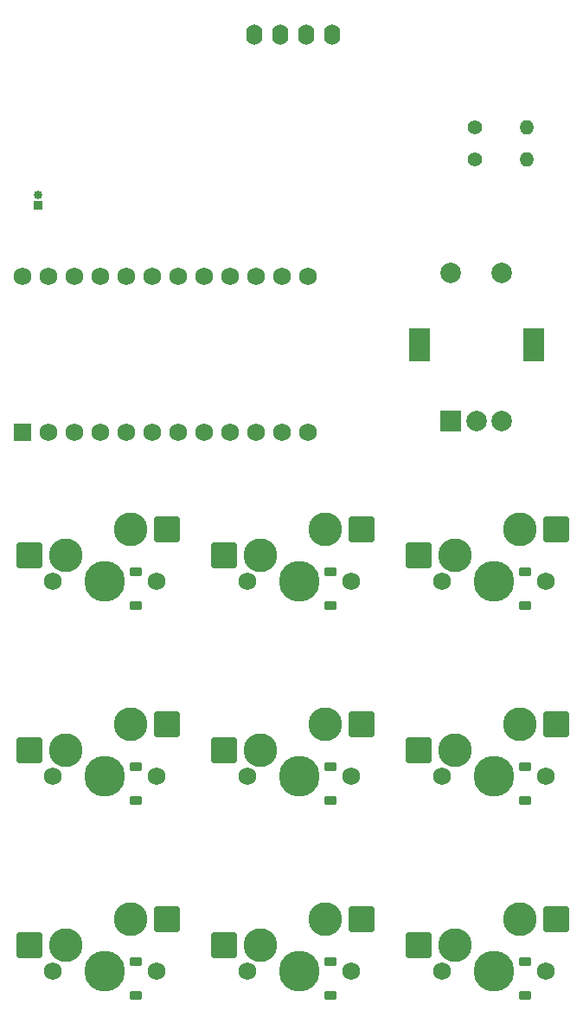
<source format=gbr>
%TF.GenerationSoftware,KiCad,Pcbnew,7.0.10*%
%TF.CreationDate,2024-04-28T13:40:24+05:00*%
%TF.ProjectId,custom_keyboard,63757374-6f6d-45f6-9b65-79626f617264,rev?*%
%TF.SameCoordinates,Original*%
%TF.FileFunction,Soldermask,Bot*%
%TF.FilePolarity,Negative*%
%FSLAX46Y46*%
G04 Gerber Fmt 4.6, Leading zero omitted, Abs format (unit mm)*
G04 Created by KiCad (PCBNEW 7.0.10) date 2024-04-28 13:40:24*
%MOMM*%
%LPD*%
G01*
G04 APERTURE LIST*
G04 Aperture macros list*
%AMRoundRect*
0 Rectangle with rounded corners*
0 $1 Rounding radius*
0 $2 $3 $4 $5 $6 $7 $8 $9 X,Y pos of 4 corners*
0 Add a 4 corners polygon primitive as box body*
4,1,4,$2,$3,$4,$5,$6,$7,$8,$9,$2,$3,0*
0 Add four circle primitives for the rounded corners*
1,1,$1+$1,$2,$3*
1,1,$1+$1,$4,$5*
1,1,$1+$1,$6,$7*
1,1,$1+$1,$8,$9*
0 Add four rect primitives between the rounded corners*
20,1,$1+$1,$2,$3,$4,$5,0*
20,1,$1+$1,$4,$5,$6,$7,0*
20,1,$1+$1,$6,$7,$8,$9,0*
20,1,$1+$1,$8,$9,$2,$3,0*%
G04 Aperture macros list end*
%ADD10C,1.400000*%
%ADD11O,1.400000X1.400000*%
%ADD12O,1.600000X2.000000*%
%ADD13R,2.000000X2.000000*%
%ADD14C,2.000000*%
%ADD15R,2.000000X3.200000*%
%ADD16R,1.752600X1.752600*%
%ADD17C,1.752600*%
%ADD18R,0.850000X0.850000*%
%ADD19O,0.850000X0.850000*%
%ADD20C,1.750000*%
%ADD21C,3.987800*%
%ADD22C,3.300000*%
%ADD23RoundRect,0.250000X1.025000X1.000000X-1.025000X1.000000X-1.025000X-1.000000X1.025000X-1.000000X0*%
%ADD24RoundRect,0.225000X0.375000X-0.225000X0.375000X0.225000X-0.375000X0.225000X-0.375000X-0.225000X0*%
G04 APERTURE END LIST*
D10*
%TO.C,R2*%
X63182500Y-30162500D03*
D11*
X68262500Y-30162500D03*
%TD*%
D10*
%TO.C,R1*%
X63182500Y-27012500D03*
D11*
X68262500Y-27012500D03*
%TD*%
D12*
%TO.C,Brd1*%
X41623750Y-17975000D03*
X44163750Y-17975000D03*
X46703750Y-17975000D03*
X49243750Y-17975000D03*
%TD*%
D13*
%TO.C,SW1*%
X60881250Y-55775000D03*
D14*
X65881250Y-55775000D03*
X63381250Y-55775000D03*
D15*
X57781250Y-48275000D03*
X68981250Y-48275000D03*
D14*
X65881250Y-41275000D03*
X60881250Y-41275000D03*
%TD*%
D16*
%TO.C,U1*%
X18973000Y-56832500D03*
D17*
X21513000Y-56832500D03*
X24053000Y-56832500D03*
X26593000Y-56832500D03*
X29133000Y-56832500D03*
X31673000Y-56832500D03*
X34213000Y-56832500D03*
X36753000Y-56832500D03*
X39293000Y-56832500D03*
X41833000Y-56832500D03*
X44373000Y-56832500D03*
X46913000Y-56832500D03*
X46913000Y-41592500D03*
X44373000Y-41592500D03*
X41833000Y-41592500D03*
X39293000Y-41592500D03*
X36753000Y-41592500D03*
X34213000Y-41592500D03*
X31673000Y-41592500D03*
X29133000Y-41592500D03*
X26593000Y-41592500D03*
X24053000Y-41592500D03*
X21513000Y-41592500D03*
X18973000Y-41592500D03*
%TD*%
D18*
%TO.C,J1*%
X20425000Y-34631250D03*
D19*
X20425000Y-33631250D03*
%TD*%
D20*
%TO.C,MX1*%
X32067500Y-71437500D03*
D21*
X26987500Y-71437500D03*
D20*
X21907500Y-71437500D03*
D22*
X23177500Y-68897500D03*
D23*
X19627500Y-68897500D03*
X33077500Y-66357500D03*
D22*
X29527500Y-66357500D03*
%TD*%
D20*
%TO.C,MX2*%
X51117500Y-71437500D03*
D21*
X46037500Y-71437500D03*
D20*
X40957500Y-71437500D03*
D22*
X42227500Y-68897500D03*
D23*
X38677500Y-68897500D03*
X52127500Y-66357500D03*
D22*
X48577500Y-66357500D03*
%TD*%
D24*
%TO.C,D3*%
X68167500Y-73737500D03*
X68167500Y-70437500D03*
%TD*%
%TO.C,D4*%
X30067500Y-92787500D03*
X30067500Y-89487500D03*
%TD*%
%TO.C,D8*%
X49117500Y-111837500D03*
X49117500Y-108537500D03*
%TD*%
%TO.C,D1*%
X30067500Y-73737500D03*
X30067500Y-70437500D03*
%TD*%
%TO.C,D6*%
X68167500Y-92787500D03*
X68167500Y-89487500D03*
%TD*%
D20*
%TO.C,MX5*%
X51117500Y-90487500D03*
D21*
X46037500Y-90487500D03*
D20*
X40957500Y-90487500D03*
D22*
X42227500Y-87947500D03*
D23*
X38677500Y-87947500D03*
X52127500Y-85407500D03*
D22*
X48577500Y-85407500D03*
%TD*%
D24*
%TO.C,D2*%
X49117500Y-73737500D03*
X49117500Y-70437500D03*
%TD*%
%TO.C,D5*%
X49117500Y-92787500D03*
X49117500Y-89487500D03*
%TD*%
D20*
%TO.C,MX4*%
X32067500Y-90487500D03*
D21*
X26987500Y-90487500D03*
D20*
X21907500Y-90487500D03*
D22*
X23177500Y-87947500D03*
D23*
X19627500Y-87947500D03*
X33077500Y-85407500D03*
D22*
X29527500Y-85407500D03*
%TD*%
D24*
%TO.C,D7*%
X30067500Y-111837500D03*
X30067500Y-108537500D03*
%TD*%
D20*
%TO.C,MX7*%
X32067500Y-109537500D03*
D21*
X26987500Y-109537500D03*
D20*
X21907500Y-109537500D03*
D22*
X23177500Y-106997500D03*
D23*
X19627500Y-106997500D03*
X33077500Y-104457500D03*
D22*
X29527500Y-104457500D03*
%TD*%
D24*
%TO.C,D9*%
X68167500Y-111837500D03*
X68167500Y-108537500D03*
%TD*%
D20*
%TO.C,MX9*%
X70167500Y-109537500D03*
D21*
X65087500Y-109537500D03*
D20*
X60007500Y-109537500D03*
D22*
X61277500Y-106997500D03*
D23*
X57727500Y-106997500D03*
X71177500Y-104457500D03*
D22*
X67627500Y-104457500D03*
%TD*%
D20*
%TO.C,MX6*%
X70167500Y-90487500D03*
D21*
X65087500Y-90487500D03*
D20*
X60007500Y-90487500D03*
D22*
X61277500Y-87947500D03*
D23*
X57727500Y-87947500D03*
X71177500Y-85407500D03*
D22*
X67627500Y-85407500D03*
%TD*%
D20*
%TO.C,MX8*%
X51117500Y-109537500D03*
D21*
X46037500Y-109537500D03*
D20*
X40957500Y-109537500D03*
D22*
X42227500Y-106997500D03*
D23*
X38677500Y-106997500D03*
X52127500Y-104457500D03*
D22*
X48577500Y-104457500D03*
%TD*%
D20*
%TO.C,MX3*%
X70167500Y-71437500D03*
D21*
X65087500Y-71437500D03*
D20*
X60007500Y-71437500D03*
D22*
X61277500Y-68897500D03*
D23*
X57727500Y-68897500D03*
X71177500Y-66357500D03*
D22*
X67627500Y-66357500D03*
%TD*%
M02*

</source>
